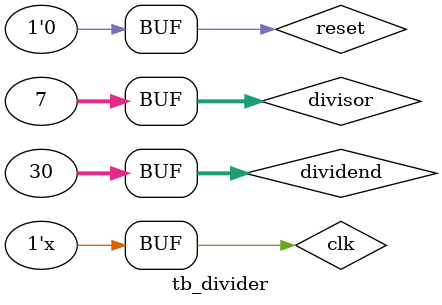
<source format=v>
`include "divider.v"
`timescale 10ns/10ns;

module tb_divider;

reg [0:0] clk;
reg reset;
reg [31:0] dividend;
reg [31:0] divisor;
reg start;
wire [31:0] quotient;
wire [31:0] reminder;
wire done;
reg [31:0] HI;
reg [31:0] LO;

initial begin
    reset = 1;
    clk = 0;
    #5 reset = 0;
    dividend = 30;
    divisor = 7;
end
always #1 clk = ~clk;
always @(negedge clk)
    if(done == 1) begin
        start <= 0;
        HI <= reminder;
        LO <= quotient;
    end
    else begin
        start <= 1;
    end

stream_divider devider(
    clk,
    reset,
    
    start,
    dividend,
    divisor,

    done,
    quotient,
    reminder
);


endmodule

</source>
